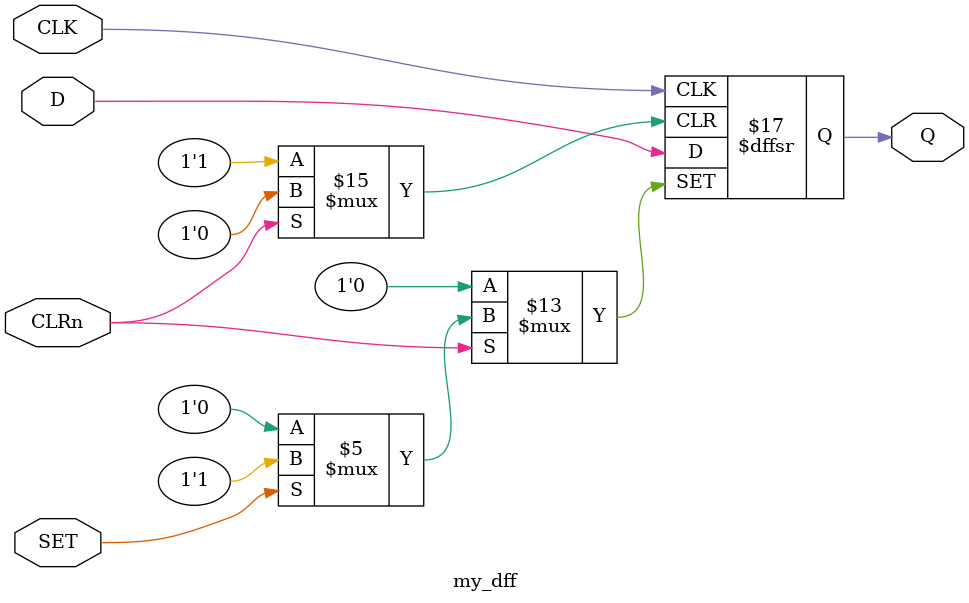
<source format=v>
module my_dff (
    input wire CLK ,
    input wire D,
    input wire SET,
    input wire CLRn,

    output reg Q
);

always @(posedge CLK or negedge CLRn or posedge SET) begin
    if(!CLRn)
        Q = 0;
    else if (SET)
        Q = 1;
    else 
        Q = D;


end


endmodule

</source>
